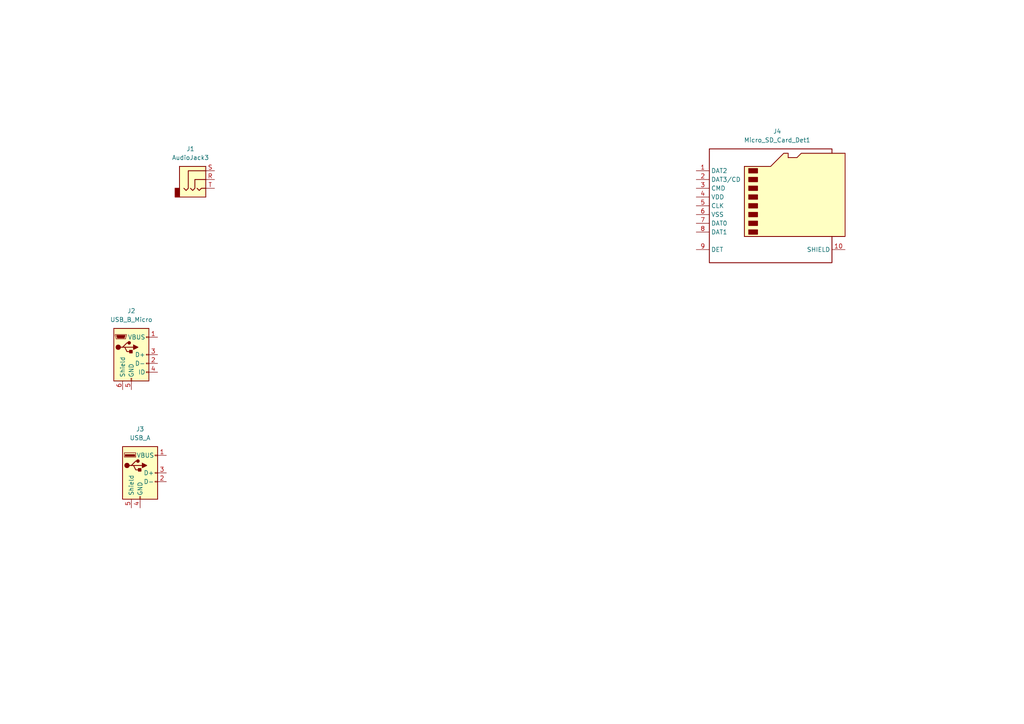
<source format=kicad_sch>
(kicad_sch (version 20231120) (generator "eeschema") (generator_version "8.0")
  (paper "A4")
  (lib_symbols
    (symbol "Connector:Micro_SD_Card_Det1"
      (property "Reference" "J" (at -16.51 17.78 0))
      (property "Value" "Micro_SD_Card_Det1" (at 16.51 17.78 0))
      (symbol "Micro_SD_Card_Det1_0_1"
        (rectangle (start -7.62 -6.985) (end -5.08 -8.255) (stroke (width 0.254)) (fill (type outline)))
        (rectangle (start -7.62 -4.445) (end -5.08 -5.715) (stroke (width 0.254)) (fill (type outline)))
        (rectangle (start -7.62 -1.905) (end -5.08 -3.175) (stroke (width 0.254)) (fill (type outline)))
        (rectangle (start -7.62 0.635) (end -5.08 -0.635) (stroke (width 0.254)) (fill (type outline)))
        (rectangle (start -7.62 3.175) (end -5.08 1.905) (stroke (width 0.254)) (fill (type outline)))
        (rectangle (start -7.62 5.715) (end -5.08 4.445) (stroke (width 0.254)) (fill (type outline)))
        (rectangle (start -7.62 8.255) (end -5.08 6.985) (stroke (width 0.254)) (fill (type outline)))
        (rectangle (start -7.62 10.795) (end -5.08 9.525) (stroke (width 0.254)) (fill (type outline)))
        (polyline (pts (xy 16.51 15.24) (xy 16.51 16.51) (xy -19.05 16.51) (xy -19.05 -16.51) (xy 16.51 -16.51) (xy 16.51 -8.89)) (stroke (width 0.254)))
        (polyline (pts (xy -8.89 -8.89) (xy -8.89 11.43) (xy -1.27 11.43) (xy 2.54 15.24) (xy 3.81 15.24) (xy 3.81 13.97) (xy 6.35 13.97) (xy 7.62 15.24) (xy 20.32 15.24) (xy 20.32 -8.89) (xy -8.89 -8.89)) (stroke (width 0.254)) (fill (type background)))
      )
      (symbol "Micro_SD_Card_Det1_1_1"
        (pin bidirectional line (at -22.86 10.16 0) (length 3.81) (name "DAT2") (number "1"))
        (pin passive line (at 20.32 -12.7 180) (length 3.81) (name "SHIELD") (number "10"))
        (pin bidirectional line (at -22.86 7.62 0) (length 3.81) (name "DAT3/CD") (number "2"))
        (pin input line (at -22.86 5.08 0) (length 3.81) (name "CMD") (number "3"))
        (pin power_in line (at -22.86 2.54 0) (length 3.81) (name "VDD") (number "4"))
        (pin input line (at -22.86 0 0) (length 3.81) (name "CLK") (number "5"))
        (pin power_in line (at -22.86 -2.54 0) (length 3.81) (name "VSS") (number "6"))
        (pin bidirectional line (at -22.86 -5.08 0) (length 3.81) (name "DAT0") (number "7"))
        (pin bidirectional line (at -22.86 -7.62 0) (length 3.81) (name "DAT1") (number "8"))
        (pin passive line (at -22.86 -12.7 0) (length 3.81) (name "DET") (number "9"))
      )
    )
    (symbol "Connector:USB_A" (pin_names (offset 1.016))
      (property "Reference" "J" (at -5.08 11.43 0))
      (property "Value" "USB_A" (at -5.08 8.89 0))
      (symbol "USB_A_0_1"
        (rectangle (start -5.08 -7.62) (end 5.08 7.62) (stroke (width 0.254)) (fill (type background)))
        (circle (center -3.81 2.159) (radius 0.635) (stroke (width 0.254)) (fill (type outline)))
        (rectangle (start -1.524 4.826) (end -4.318 5.334) (fill (type outline)))
        (rectangle (start -1.27 4.572) (end -4.572 5.842))
        (circle (center -0.635 3.429) (radius 0.381) (stroke (width 0.254)) (fill (type outline)))
        (rectangle (start -0.127 -7.62) (end 0.127 -6.858))
        (polyline (pts (xy -3.175 2.159) (xy -2.54 2.159) (xy -1.27 3.429) (xy -0.635 3.429)) (stroke (width 0.254)))
        (polyline (pts (xy -2.54 2.159) (xy -1.905 2.159) (xy -1.27 0.889) (xy 0 0.889)) (stroke (width 0.254)))
        (polyline (pts (xy 0.635 2.794) (xy 0.635 1.524) (xy 1.905 2.159) (xy 0.635 2.794)) (stroke (width 0.254)) (fill (type outline)))
        (rectangle (start 0.254 1.27) (end -0.508 0.508) (stroke (width 0.254)) (fill (type outline)))
        (rectangle (start 5.08 -2.667) (end 4.318 -2.413))
        (rectangle (start 5.08 -0.127) (end 4.318 0.127))
        (rectangle (start 5.08 4.953) (end 4.318 5.207))
      )
      (symbol "USB_A_1_1"
        (polyline (pts (xy -1.905 2.159) (xy 0.635 2.159)) (stroke (width 0.254)))
        (pin power_in line (at 7.62 5.08 180) (length 2.54) (name "VBUS") (number "1"))
        (pin bidirectional line (at 7.62 -2.54 180) (length 2.54) (name "D-") (number "2"))
        (pin bidirectional line (at 7.62 0 180) (length 2.54) (name "D+") (number "3"))
        (pin power_in line (at 0 -10.16 90) (length 2.54) (name "GND") (number "4"))
        (pin passive line (at -2.54 -10.16 90) (length 2.54) (name "Shield") (number "5"))
      )
    )
    (symbol "Connector:USB_B_Micro" (pin_names (offset 1.016))
      (property "Reference" "J" (at -5.08 11.43 0))
      (property "Value" "USB_B_Micro" (at -5.08 8.89 0))
      (symbol "USB_B_Micro_0_1"
        (rectangle (start -5.08 -7.62) (end 5.08 7.62) (stroke (width 0.254)) (fill (type background)))
        (circle (center -3.81 2.159) (radius 0.635) (stroke (width 0.254)) (fill (type outline)))
        (circle (center -0.635 3.429) (radius 0.381) (stroke (width 0.254)) (fill (type outline)))
        (rectangle (start -0.127 -7.62) (end 0.127 -6.858))
        (polyline (pts (xy -1.905 2.159) (xy 0.635 2.159)) (stroke (width 0.254)))
        (polyline (pts (xy -3.175 2.159) (xy -2.54 2.159) (xy -1.27 3.429) (xy -0.635 3.429)) (stroke (width 0.254)))
        (polyline (pts (xy -2.54 2.159) (xy -1.905 2.159) (xy -1.27 0.889) (xy 0 0.889)) (stroke (width 0.254)))
        (polyline (pts (xy 0.635 2.794) (xy 0.635 1.524) (xy 1.905 2.159) (xy 0.635 2.794)) (stroke (width 0.254)) (fill (type outline)))
        (polyline (pts (xy -4.318 5.588) (xy -1.778 5.588) (xy -2.032 4.826) (xy -4.064 4.826) (xy -4.318 5.588)) (fill (type outline)))
        (polyline (pts (xy -4.699 5.842) (xy -4.699 5.588) (xy -4.445 4.826) (xy -4.445 4.572) (xy -1.651 4.572) (xy -1.651 4.826) (xy -1.397 5.588) (xy -1.397 5.842) (xy -4.699 5.842)))
        (rectangle (start 0.254 1.27) (end -0.508 0.508) (stroke (width 0.254)) (fill (type outline)))
        (rectangle (start 5.08 -5.207) (end 4.318 -4.953))
        (rectangle (start 5.08 -2.667) (end 4.318 -2.413))
        (rectangle (start 5.08 -0.127) (end 4.318 0.127))
        (rectangle (start 5.08 4.953) (end 4.318 5.207))
      )
      (symbol "USB_B_Micro_1_1"
        (pin power_out line (at 7.62 5.08 180) (length 2.54) (name "VBUS") (number "1"))
        (pin bidirectional line (at 7.62 -2.54 180) (length 2.54) (name "D-") (number "2"))
        (pin bidirectional line (at 7.62 0 180) (length 2.54) (name "D+") (number "3"))
        (pin passive line (at 7.62 -5.08 180) (length 2.54) (name "ID") (number "4"))
        (pin power_out line (at 0 -10.16 90) (length 2.54) (name "GND") (number "5"))
        (pin passive line (at -2.54 -10.16 90) (length 2.54) (name "Shield") (number "6"))
      )
    )
    (symbol "Connector_Audio:AudioJack3"
      (property "Reference" "J" (at 0 8.89 0))
      (property "Value" "AudioJack3" (at 0 6.35 0))
      (symbol "AudioJack3_0_1"
        (rectangle (start -5.08 -5.08) (end -6.35 -2.54) (stroke (width 0.254)) (fill (type outline)))
        (polyline (pts (xy 0 -2.54) (xy 0.635 -3.175) (xy 1.27 -2.54) (xy 2.54 -2.54)) (stroke (width 0.254)))
        (polyline (pts (xy -1.905 -2.54) (xy -1.27 -3.175) (xy -0.635 -2.54) (xy -0.635 0) (xy 2.54 0)) (stroke (width 0.254)))
        (polyline (pts (xy 2.54 2.54) (xy -2.54 2.54) (xy -2.54 -2.54) (xy -3.175 -3.175) (xy -3.81 -2.54)) (stroke (width 0.254)))
        (rectangle (start 2.54 3.81) (end -5.08 -5.08) (stroke (width 0.254)) (fill (type background)))
      )
      (symbol "AudioJack3_1_1"
        (pin passive line (at 5.08 0 180) (length 2.54) (name "~") (number "R"))
        (pin passive line (at 5.08 2.54 180) (length 2.54) (name "~") (number "S"))
        (pin passive line (at 5.08 -2.54 180) (length 2.54) (name "~") (number "T"))
      )
    )
  )
  (symbol (lib_id "Connector_Audio:AudioJack3") (at 57.15 52.07 0) (unit 1)
    (property "Reference" "J1" (at 55.245 43.18 0))
    (property "Value" "AudioJack3" (at 55.245 45.72 0))
    (property "Description" "Audio Jack, 3 Poles (Stereo / TRS)" (effects (hide yes)))
  )
  (symbol (lib_id "Connector:Micro_SD_Card_Det1") (at 224.79 59.69 0) (unit 1)
    (property "Reference" "J4" (at 225.425 38.1 0))
    (property "Value" "Micro_SD_Card_Det1" (at 225.425 40.64 0))
    (property "Datasheet" "https://datasheet.lcsc.com/lcsc/2110151630_XKB-Connectivity-XKTF-015-N_C381082.pdf" (effects (hide yes)))
    (property "Description" "Micro SD Card Socket with one card detection pin" (effects (hide yes)))
  )
  (symbol (lib_id "Connector:USB_A") (at 40.64 137.16 0) (unit 1)
    (property "Reference" "J3" (at 40.64 124.46 0))
    (property "Value" "USB_A" (at 40.64 127 0))
    (property "Description" "USB Type A connector" (effects (hide yes)))
  )
  (symbol (lib_id "Connector:USB_B_Micro") (at 38.1 102.87 0) (unit 1)
    (property "Reference" "J2" (at 38.1 90.17 0))
    (property "Value" "USB_B_Micro" (at 38.1 92.71 0))
    (property "Description" "USB Micro Type B connector" (effects (hide yes)))
  )
)
</source>
